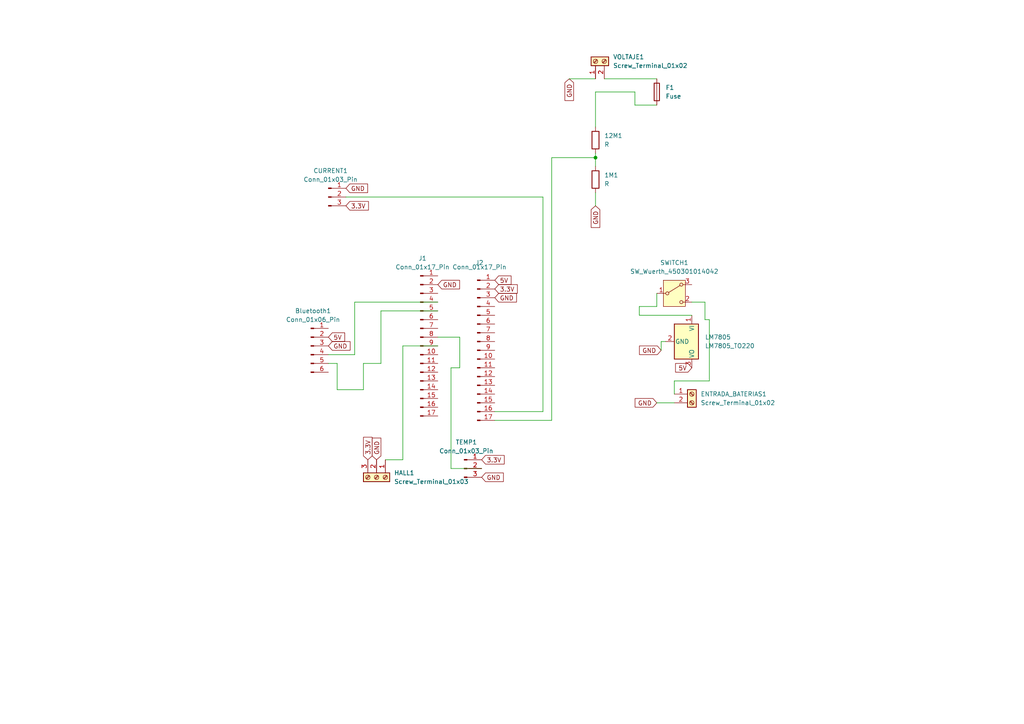
<source format=kicad_sch>
(kicad_sch (version 20231120) (generator "eeschema") (generator_version "8.0")
  (paper "A4")
  (lib_symbols
    (symbol "Connector:Conn_01x03_Pin" (pin_names (offset 1.016) hide)
      (property "Reference" "J" (at 0 5.08 0))
      (property "Value" "Conn_01x03_Pin" (at 0 -5.08 0))
      (symbol "Conn_01x03_Pin_1_1"
        (polyline (pts (xy 1.27 -2.54) (xy 0.8636 -2.54)) (stroke (width 0.1524)))
        (polyline (pts (xy 1.27 0) (xy 0.8636 0)) (stroke (width 0.1524)))
        (polyline (pts (xy 1.27 2.54) (xy 0.8636 2.54)) (stroke (width 0.1524)))
        (rectangle (start 0.8636 -2.413) (end 0 -2.667) (stroke (width 0.1524)) (fill (type outline)))
        (rectangle (start 0.8636 0.127) (end 0 -0.127) (stroke (width 0.1524)) (fill (type outline)))
        (rectangle (start 0.8636 2.667) (end 0 2.413) (stroke (width 0.1524)) (fill (type outline)))
        (pin passive line (at 5.08 2.54 180) (length 3.81) (name "Pin_1") (number "1"))
        (pin passive line (at 5.08 0 180) (length 3.81) (name "Pin_2") (number "2"))
        (pin passive line (at 5.08 -2.54 180) (length 3.81) (name "Pin_3") (number "3"))
      )
    )
    (symbol "Connector:Conn_01x06_Pin" (pin_names (offset 1.016) hide)
      (property "Reference" "J" (at 0 7.62 0))
      (property "Value" "Conn_01x06_Pin" (at 0 -10.16 0))
      (symbol "Conn_01x06_Pin_1_1"
        (polyline (pts (xy 1.27 -7.62) (xy 0.8636 -7.62)) (stroke (width 0.1524)))
        (polyline (pts (xy 1.27 -5.08) (xy 0.8636 -5.08)) (stroke (width 0.1524)))
        (polyline (pts (xy 1.27 -2.54) (xy 0.8636 -2.54)) (stroke (width 0.1524)))
        (polyline (pts (xy 1.27 0) (xy 0.8636 0)) (stroke (width 0.1524)))
        (polyline (pts (xy 1.27 2.54) (xy 0.8636 2.54)) (stroke (width 0.1524)))
        (polyline (pts (xy 1.27 5.08) (xy 0.8636 5.08)) (stroke (width 0.1524)))
        (rectangle (start 0.8636 -7.493) (end 0 -7.747) (stroke (width 0.1524)) (fill (type outline)))
        (rectangle (start 0.8636 -4.953) (end 0 -5.207) (stroke (width 0.1524)) (fill (type outline)))
        (rectangle (start 0.8636 -2.413) (end 0 -2.667) (stroke (width 0.1524)) (fill (type outline)))
        (rectangle (start 0.8636 0.127) (end 0 -0.127) (stroke (width 0.1524)) (fill (type outline)))
        (rectangle (start 0.8636 2.667) (end 0 2.413) (stroke (width 0.1524)) (fill (type outline)))
        (rectangle (start 0.8636 5.207) (end 0 4.953) (stroke (width 0.1524)) (fill (type outline)))
        (pin passive line (at 5.08 5.08 180) (length 3.81) (name "Pin_1") (number "1"))
        (pin passive line (at 5.08 2.54 180) (length 3.81) (name "Pin_2") (number "2"))
        (pin passive line (at 5.08 0 180) (length 3.81) (name "Pin_3") (number "3"))
        (pin passive line (at 5.08 -2.54 180) (length 3.81) (name "Pin_4") (number "4"))
        (pin passive line (at 5.08 -5.08 180) (length 3.81) (name "Pin_5") (number "5"))
        (pin passive line (at 5.08 -7.62 180) (length 3.81) (name "Pin_6") (number "6"))
      )
    )
    (symbol "Connector:Conn_01x17_Pin" (pin_names (offset 1.016) hide)
      (property "Reference" "J" (at 0 22.86 0))
      (property "Value" "Conn_01x17_Pin" (at 0 -22.86 0))
      (symbol "Conn_01x17_Pin_1_1"
        (polyline (pts (xy 1.27 -20.32) (xy 0.8636 -20.32)) (stroke (width 0.1524)))
        (polyline (pts (xy 1.27 -17.78) (xy 0.8636 -17.78)) (stroke (width 0.1524)))
        (polyline (pts (xy 1.27 -15.24) (xy 0.8636 -15.24)) (stroke (width 0.1524)))
        (polyline (pts (xy 1.27 -12.7) (xy 0.8636 -12.7)) (stroke (width 0.1524)))
        (polyline (pts (xy 1.27 -10.16) (xy 0.8636 -10.16)) (stroke (width 0.1524)))
        (polyline (pts (xy 1.27 -7.62) (xy 0.8636 -7.62)) (stroke (width 0.1524)))
        (polyline (pts (xy 1.27 -5.08) (xy 0.8636 -5.08)) (stroke (width 0.1524)))
        (polyline (pts (xy 1.27 -2.54) (xy 0.8636 -2.54)) (stroke (width 0.1524)))
        (polyline (pts (xy 1.27 0) (xy 0.8636 0)) (stroke (width 0.1524)))
        (polyline (pts (xy 1.27 2.54) (xy 0.8636 2.54)) (stroke (width 0.1524)))
        (polyline (pts (xy 1.27 5.08) (xy 0.8636 5.08)) (stroke (width 0.1524)))
        (polyline (pts (xy 1.27 7.62) (xy 0.8636 7.62)) (stroke (width 0.1524)))
        (polyline (pts (xy 1.27 10.16) (xy 0.8636 10.16)) (stroke (width 0.1524)))
        (polyline (pts (xy 1.27 12.7) (xy 0.8636 12.7)) (stroke (width 0.1524)))
        (polyline (pts (xy 1.27 15.24) (xy 0.8636 15.24)) (stroke (width 0.1524)))
        (polyline (pts (xy 1.27 17.78) (xy 0.8636 17.78)) (stroke (width 0.1524)))
        (polyline (pts (xy 1.27 20.32) (xy 0.8636 20.32)) (stroke (width 0.1524)))
        (rectangle (start 0.8636 -20.193) (end 0 -20.447) (stroke (width 0.1524)) (fill (type outline)))
        (rectangle (start 0.8636 -17.653) (end 0 -17.907) (stroke (width 0.1524)) (fill (type outline)))
        (rectangle (start 0.8636 -15.113) (end 0 -15.367) (stroke (width 0.1524)) (fill (type outline)))
        (rectangle (start 0.8636 -12.573) (end 0 -12.827) (stroke (width 0.1524)) (fill (type outline)))
        (rectangle (start 0.8636 -10.033) (end 0 -10.287) (stroke (width 0.1524)) (fill (type outline)))
        (rectangle (start 0.8636 -7.493) (end 0 -7.747) (stroke (width 0.1524)) (fill (type outline)))
        (rectangle (start 0.8636 -4.953) (end 0 -5.207) (stroke (width 0.1524)) (fill (type outline)))
        (rectangle (start 0.8636 -2.413) (end 0 -2.667) (stroke (width 0.1524)) (fill (type outline)))
        (rectangle (start 0.8636 0.127) (end 0 -0.127) (stroke (width 0.1524)) (fill (type outline)))
        (rectangle (start 0.8636 2.667) (end 0 2.413) (stroke (width 0.1524)) (fill (type outline)))
        (rectangle (start 0.8636 5.207) (end 0 4.953) (stroke (width 0.1524)) (fill (type outline)))
        (rectangle (start 0.8636 7.747) (end 0 7.493) (stroke (width 0.1524)) (fill (type outline)))
        (rectangle (start 0.8636 10.287) (end 0 10.033) (stroke (width 0.1524)) (fill (type outline)))
        (rectangle (start 0.8636 12.827) (end 0 12.573) (stroke (width 0.1524)) (fill (type outline)))
        (rectangle (start 0.8636 15.367) (end 0 15.113) (stroke (width 0.1524)) (fill (type outline)))
        (rectangle (start 0.8636 17.907) (end 0 17.653) (stroke (width 0.1524)) (fill (type outline)))
        (rectangle (start 0.8636 20.447) (end 0 20.193) (stroke (width 0.1524)) (fill (type outline)))
        (pin passive line (at 5.08 20.32 180) (length 3.81) (name "Pin_1") (number "1"))
        (pin passive line (at 5.08 -2.54 180) (length 3.81) (name "Pin_10") (number "10"))
        (pin passive line (at 5.08 -5.08 180) (length 3.81) (name "Pin_11") (number "11"))
        (pin passive line (at 5.08 -7.62 180) (length 3.81) (name "Pin_12") (number "12"))
        (pin passive line (at 5.08 -10.16 180) (length 3.81) (name "Pin_13") (number "13"))
        (pin passive line (at 5.08 -12.7 180) (length 3.81) (name "Pin_14") (number "14"))
        (pin passive line (at 5.08 -15.24 180) (length 3.81) (name "Pin_15") (number "15"))
        (pin passive line (at 5.08 -17.78 180) (length 3.81) (name "Pin_16") (number "16"))
        (pin passive line (at 5.08 -20.32 180) (length 3.81) (name "Pin_17") (number "17"))
        (pin passive line (at 5.08 17.78 180) (length 3.81) (name "Pin_2") (number "2"))
        (pin passive line (at 5.08 15.24 180) (length 3.81) (name "Pin_3") (number "3"))
        (pin passive line (at 5.08 12.7 180) (length 3.81) (name "Pin_4") (number "4"))
        (pin passive line (at 5.08 10.16 180) (length 3.81) (name "Pin_5") (number "5"))
        (pin passive line (at 5.08 7.62 180) (length 3.81) (name "Pin_6") (number "6"))
        (pin passive line (at 5.08 5.08 180) (length 3.81) (name "Pin_7") (number "7"))
        (pin passive line (at 5.08 2.54 180) (length 3.81) (name "Pin_8") (number "8"))
        (pin passive line (at 5.08 0 180) (length 3.81) (name "Pin_9") (number "9"))
      )
    )
    (symbol "Connector:Screw_Terminal_01x02" (pin_names (offset 1.016) hide)
      (property "Reference" "J" (at 0 2.54 0))
      (property "Value" "Screw_Terminal_01x02" (at 0 -5.08 0))
      (symbol "Screw_Terminal_01x02_1_1"
        (rectangle (start -1.27 1.27) (end 1.27 -3.81) (stroke (width 0.254)) (fill (type background)))
        (circle (center 0 -2.54) (radius 0.635) (stroke (width 0.1524)))
        (polyline (pts (xy -0.5334 -2.2098) (xy 0.3302 -3.048)) (stroke (width 0.1524)))
        (polyline (pts (xy -0.5334 0.3302) (xy 0.3302 -0.508)) (stroke (width 0.1524)))
        (polyline (pts (xy -0.3556 -2.032) (xy 0.508 -2.8702)) (stroke (width 0.1524)))
        (polyline (pts (xy -0.3556 0.508) (xy 0.508 -0.3302)) (stroke (width 0.1524)))
        (circle (center 0 0) (radius 0.635) (stroke (width 0.1524)))
        (pin passive line (at -5.08 0 0) (length 3.81) (name "Pin_1") (number "1"))
        (pin passive line (at -5.08 -2.54 0) (length 3.81) (name "Pin_2") (number "2"))
      )
    )
    (symbol "Connector:Screw_Terminal_01x03" (pin_names (offset 1.016) hide)
      (property "Reference" "J" (at 0 5.08 0))
      (property "Value" "Screw_Terminal_01x03" (at 0 -5.08 0))
      (symbol "Screw_Terminal_01x03_1_1"
        (rectangle (start -1.27 3.81) (end 1.27 -3.81) (stroke (width 0.254)) (fill (type background)))
        (circle (center 0 -2.54) (radius 0.635) (stroke (width 0.1524)))
        (polyline (pts (xy -0.5334 -2.2098) (xy 0.3302 -3.048)) (stroke (width 0.1524)))
        (polyline (pts (xy -0.5334 0.3302) (xy 0.3302 -0.508)) (stroke (width 0.1524)))
        (polyline (pts (xy -0.5334 2.8702) (xy 0.3302 2.032)) (stroke (width 0.1524)))
        (polyline (pts (xy -0.3556 -2.032) (xy 0.508 -2.8702)) (stroke (width 0.1524)))
        (polyline (pts (xy -0.3556 0.508) (xy 0.508 -0.3302)) (stroke (width 0.1524)))
        (polyline (pts (xy -0.3556 3.048) (xy 0.508 2.2098)) (stroke (width 0.1524)))
        (circle (center 0 0) (radius 0.635) (stroke (width 0.1524)))
        (circle (center 0 2.54) (radius 0.635) (stroke (width 0.1524)))
        (pin passive line (at -5.08 2.54 0) (length 3.81) (name "Pin_1") (number "1"))
        (pin passive line (at -5.08 0 0) (length 3.81) (name "Pin_2") (number "2"))
        (pin passive line (at -5.08 -2.54 0) (length 3.81) (name "Pin_3") (number "3"))
      )
    )
    (symbol "Device:Fuse" (pin_numbers hide) (pin_names (offset 0))
      (property "Reference" "F" (at 2.032 0 90))
      (property "Value" "Fuse" (at -1.905 0 90))
      (symbol "Fuse_0_1"
        (rectangle (start -0.762 -2.54) (end 0.762 2.54) (stroke (width 0.254)))
        (polyline (pts (xy 0 2.54) (xy 0 -2.54)))
      )
      (symbol "Fuse_1_1"
        (pin passive line (at 0 3.81 270) (length 1.27) (name "~") (number "1"))
        (pin passive line (at 0 -3.81 90) (length 1.27) (name "~") (number "2"))
      )
    )
    (symbol "Device:R" (pin_numbers hide) (pin_names (offset 0))
      (property "Reference" "R" (at 2.032 0 90))
      (property "Value" "R" (at 0 0 90))
      (symbol "R_0_1"
        (rectangle (start -1.016 -2.54) (end 1.016 2.54) (stroke (width 0.254)))
      )
      (symbol "R_1_1"
        (pin passive line (at 0 3.81 270) (length 1.27) (name "~") (number "1"))
        (pin passive line (at 0 -3.81 90) (length 1.27) (name "~") (number "2"))
      )
    )
    (symbol "Regulator_Linear:LM7805_TO220" (pin_names (offset 0.254))
      (property "Reference" "U" (at -3.81 3.175 0))
      (property "Value" "LM7805_TO220" (at 0 3.175 0))
      (symbol "LM7805_TO220_0_1"
        (rectangle (start -5.08 1.905) (end 5.08 -5.08) (stroke (width 0.254)) (fill (type background)))
      )
      (symbol "LM7805_TO220_1_1"
        (pin power_in line (at -7.62 0 0) (length 2.54) (name "VI") (number "1"))
        (pin power_in line (at 0 -7.62 90) (length 2.54) (name "GND") (number "2"))
        (pin power_out line (at 7.62 0 180) (length 2.54) (name "VO") (number "3"))
      )
    )
    (symbol "Switch:SW_Wuerth_450301014042" (pin_names (offset 1) hide)
      (property "Reference" "SW" (at 0 5.08 0))
      (property "Value" "SW_Wuerth_450301014042" (at 0 -5.08 0))
      (symbol "SW_Wuerth_450301014042_0_1"
        (circle (center -2.032 0) (radius 0.4572))
        (polyline (pts (xy -1.651 0.254) (xy 1.651 2.286)))
        (circle (center 2.032 -2.54) (radius 0.4572))
        (circle (center 2.032 2.54) (radius 0.4572))
      )
      (symbol "SW_Wuerth_450301014042_1_1"
        (rectangle (start -3.175 3.81) (end 3.175 -3.81) (fill (type background)))
        (pin passive line (at -5.08 0 0) (length 2.54) (name "B") (number "1"))
        (pin passive line (at 5.08 -2.54 180) (length 2.54) (name "C") (number "2"))
        (pin passive line (at 5.08 2.54 180) (length 2.54) (name "A") (number "3"))
      )
    )
  )
  (junction (at 172.72 45.72))
  (wire (pts (xy 102.87 102.87) (xy 102.87 87.63)))
  (wire (pts (xy 205.74 92.71) (xy 204.47 92.71)))
  (wire (pts (xy 116.84 133.35) (xy 116.84 100.33)))
  (wire (pts (xy 190.5 85.09) (xy 190.5 88.9)))
  (wire (pts (xy 205.74 92.71) (xy 205.74 110.49)))
  (wire (pts (xy 195.58 110.49) (xy 205.74 110.49)))
  (wire (pts (xy 172.72 26.67) (xy 172.72 36.83)))
  (wire (pts (xy 143.51 121.92) (xy 160.02 121.92)))
  (wire (pts (xy 172.72 26.67) (xy 184.15 26.67)))
  (wire (pts (xy 160.02 45.72) (xy 160.02 121.92)))
  (wire (pts (xy 100.33 57.15) (xy 157.48 57.15)))
  (wire (pts (xy 116.84 100.33) (xy 127 100.33)))
  (wire (pts (xy 111.76 133.35) (xy 116.84 133.35)))
  (wire (pts (xy 105.41 113.03) (xy 105.41 105.41)))
  (wire (pts (xy 200.66 87.63) (xy 204.47 87.63)))
  (wire (pts (xy 130.81 106.68) (xy 133.35 106.68)))
  (wire (pts (xy 95.25 105.41) (xy 97.79 105.41)))
  (wire (pts (xy 97.79 113.03) (xy 105.41 113.03)))
  (wire (pts (xy 139.7 135.89) (xy 130.81 135.89)))
  (wire (pts (xy 165.1 22.86) (xy 172.72 22.86)))
  (wire (pts (xy 133.35 97.79) (xy 127 97.79)))
  (wire (pts (xy 184.15 30.48) (xy 190.5 30.48)))
  (wire (pts (xy 185.42 91.44) (xy 185.42 88.9)))
  (wire (pts (xy 143.51 119.38) (xy 157.48 119.38)))
  (wire (pts (xy 175.26 22.86) (xy 190.5 22.86)))
  (wire (pts (xy 95.25 102.87) (xy 102.87 102.87)))
  (wire (pts (xy 133.35 106.68) (xy 133.35 97.79)))
  (wire (pts (xy 191.77 99.06) (xy 191.77 101.6)))
  (wire (pts (xy 191.77 99.06) (xy 193.04 99.06)))
  (wire (pts (xy 195.58 110.49) (xy 195.58 114.3)))
  (wire (pts (xy 102.87 87.63) (xy 127 87.63)))
  (wire (pts (xy 184.15 26.67) (xy 184.15 30.48)))
  (wire (pts (xy 157.48 57.15) (xy 157.48 119.38)))
  (wire (pts (xy 130.81 135.89) (xy 130.81 106.68)))
  (wire (pts (xy 204.47 87.63) (xy 204.47 92.71)))
  (wire (pts (xy 160.02 45.72) (xy 172.72 45.72)))
  (wire (pts (xy 127 90.17) (xy 110.49 90.17)))
  (wire (pts (xy 105.41 105.41) (xy 110.49 105.41)))
  (wire (pts (xy 172.72 45.72) (xy 172.72 48.26)))
  (wire (pts (xy 185.42 88.9) (xy 190.5 88.9)))
  (wire (pts (xy 190.5 116.84) (xy 195.58 116.84)))
  (wire (pts (xy 185.42 91.44) (xy 200.66 91.44)))
  (wire (pts (xy 110.49 90.17) (xy 110.49 105.41)))
  (wire (pts (xy 172.72 44.45) (xy 172.72 45.72)))
  (wire (pts (xy 172.72 55.88) (xy 172.72 59.69)))
  (wire (pts (xy 97.79 105.41) (xy 97.79 113.03)))
  (global_label "GND" (shape input) (at 190.5 116.84 180) (property "Intersheetrefs" "${INTERSHEET_REFS}" (effects (hide yes))))
  (global_label "5V" (shape input) (at 200.66 106.68 180) (property "Intersheetrefs" "${INTERSHEET_REFS}" (effects (hide yes))))
  (global_label "5V" (shape input) (at 143.51 81.28 0) (property "Intersheetrefs" "${INTERSHEET_REFS}" (effects (hide yes))))
  (global_label "GND" (shape input) (at 172.72 59.69 270) (property "Intersheetrefs" "${INTERSHEET_REFS}" (effects (hide yes))))
  (global_label "GND" (shape input) (at 165.1 22.86 270) (property "Intersheetrefs" "${INTERSHEET_REFS}" (effects (hide yes))))
  (global_label "3.3V" (shape input) (at 139.7 133.35 0) (property "Intersheetrefs" "${INTERSHEET_REFS}" (effects (hide yes))))
  (global_label "GND" (shape input) (at 100.33 54.61 0) (property "Intersheetrefs" "${INTERSHEET_REFS}" (effects (hide yes))))
  (global_label "3.3V" (shape input) (at 100.33 59.69 0) (property "Intersheetrefs" "${INTERSHEET_REFS}" (effects (hide yes))))
  (global_label "3.3V" (shape input) (at 143.51 83.82 0) (property "Intersheetrefs" "${INTERSHEET_REFS}" (effects (hide yes))))
  (global_label "5V" (shape input) (at 95.25 97.79 0) (property "Intersheetrefs" "${INTERSHEET_REFS}" (effects (hide yes))))
  (global_label "GND" (shape input) (at 109.22 133.35 90) (property "Intersheetrefs" "${INTERSHEET_REFS}" (effects (hide yes))))
  (global_label "GND" (shape input) (at 127 82.55 0) (property "Intersheetrefs" "${INTERSHEET_REFS}" (effects (hide yes))))
  (global_label "GND" (shape input) (at 139.7 138.43 0) (property "Intersheetrefs" "${INTERSHEET_REFS}" (effects (hide yes))))
  (global_label "GND" (shape input) (at 191.77 101.6 180) (property "Intersheetrefs" "${INTERSHEET_REFS}" (effects (hide yes))))
  (global_label "GND" (shape input) (at 143.51 86.36 0) (property "Intersheetrefs" "${INTERSHEET_REFS}" (effects (hide yes))))
  (global_label "GND" (shape input) (at 95.25 100.33 0) (property "Intersheetrefs" "${INTERSHEET_REFS}" (effects (hide yes))))
  (global_label "3.3V" (shape input) (at 106.68 133.35 90) (property "Intersheetrefs" "${INTERSHEET_REFS}" (effects (hide yes))))
  (symbol (lib_id "Connector:Conn_01x17_Pin") (at 121.92 100.33 0) (unit 1)
    (property "Reference" "J1" (at 122.555 74.93 0))
    (property "Value" "Conn_01x17_Pin" (at 122.555 77.47 0))
    (property "Footprint" "Connector_PinSocket_2.54mm:PinSocket_1x17_P2.54mm_Vertical" (effects (hide yes)))
    (property "Description" "Generic connector, single row, 01x17, script generated" (effects (hide yes)))
  )
  (symbol (lib_id "Switch:SW_Wuerth_450301014042") (at 195.58 85.09 0) (unit 1)
    (property "Reference" "SWITCH1" (at 195.58 76.2 0))
    (property "Value" "SW_Wuerth_450301014042" (at 195.58 78.74 0))
    (property "Footprint" "Button_Switch_THT:SW_Slide-03_Wuerth-WS-SLTV_10x2.5x6.4_P2.54mm" (effects (hide yes)))
    (property "Datasheet" "https://www.we-online.com/components/products/datasheet/450301014042.pdf" (effects (hide yes)))
  )
  (symbol (lib_id "Connector:Conn_01x06_Pin") (at 90.17 100.33 0) (unit 1)
    (property "Reference" "Bluetooth1" (at 90.805 90.17 0))
    (property "Value" "Conn_01x06_Pin" (at 90.805 92.71 0))
    (property "Footprint" "Connector_PinSocket_2.54mm:PinSocket_1x06_P2.54mm_Vertical" (effects (hide yes)))
  )
  (symbol (lib_id "Connector:Conn_01x17_Pin") (at 138.43 101.6 0) (unit 1)
    (property "Reference" "J2" (at 139.065 76.2 0))
    (property "Value" "Conn_01x17_Pin" (at 139.065 77.47 0))
    (property "Footprint" "Connector_PinSocket_2.54mm:PinSocket_1x17_P2.54mm_Vertical" (effects (hide yes)))
    (property "Description" "Generic connector, single row, 01x17, script generated" (effects (hide yes)))
  )
  (symbol (lib_id "Device:R") (at 172.72 40.64 0) (unit 1)
    (property "Reference" "12M1" (at 175.26 39.37 0) (effects (justify left)))
    (property "Value" "R" (at 175.26 41.91 0) (effects (justify left)))
    (property "Footprint" "Resistor_THT:R_Axial_DIN0207_L6.3mm_D2.5mm_P7.62mm_Horizontal" (effects (hide yes)))
  )
  (symbol (lib_id "Connector:Screw_Terminal_01x02") (at 200.66 114.3 0) (unit 1)
    (property "Reference" "ENTRADA_BATERIAS1" (at 203.2 114.2999 0) (effects (justify left)))
    (property "Value" "Screw_Terminal_01x02" (at 203.2 116.8399 0) (effects (justify left)))
    (property "Footprint" "TerminalBlock:TerminalBlock_Altech_AK300-2_P5.00mm" (effects (hide yes)))
  )
  (symbol (lib_id "Connector:Conn_01x03_Pin") (at 134.62 135.89 0) (unit 1)
    (property "Reference" "TEMP1" (at 135.255 128.27 0))
    (property "Value" "Conn_01x03_Pin" (at 135.255 130.81 0))
    (property "Footprint" "Connector_PinSocket_2.54mm:PinSocket_1x03_P2.54mm_Vertical" (effects (hide yes)))
  )
  (symbol (lib_id "Device:Fuse") (at 190.5 26.67 0) (unit 1)
    (property "Reference" "F1" (at 193.04 25.3999 0) (effects (justify left)))
    (property "Value" "Fuse" (at 193.04 27.9399 0) (effects (justify left)))
    (property "Footprint" "Fuse:Fuse_Bourns_MF-RG650" (effects (hide yes)))
    (property "Description" "Fuse" (effects (hide yes)))
  )
  (symbol (lib_id "Connector:Screw_Terminal_01x03") (at 109.22 138.43 270) (unit 1)
    (property "Reference" "HALL1" (at 114.3 137.1599 90) (effects (justify left)))
    (property "Value" "Screw_Terminal_01x03" (at 114.3 139.6999 90) (effects (justify left)))
    (property "Footprint" "TerminalBlock:TerminalBlock_Altech_AK300-3_P5.00mm" (effects (hide yes)))
    (property "Description" "Generic screw terminal, single row, 01x03, script generated (kicad-library-utils/schlib/autogen/connector/)" (effects (hide yes)))
  )
  (symbol (lib_id "Connector:Conn_01x03_Pin") (at 95.25 57.15 0) (unit 1)
    (property "Reference" "CURRENT1" (at 95.885 49.53 0))
    (property "Value" "Conn_01x03_Pin" (at 95.885 52.07 0))
    (property "Footprint" "Connector_PinSocket_2.54mm:PinSocket_1x03_P2.54mm_Vertical" (effects (hide yes)))
  )
  (symbol (lib_id "Regulator_Linear:LM7805_TO220") (at 200.66 99.06 270) (unit 1)
    (property "Reference" "LM7805" (at 204.47 97.7899 90) (effects (justify left)))
    (property "Value" "LM7805_TO220" (at 204.47 100.3299 90) (effects (justify left)))
    (property "Footprint" "Package_TO_SOT_THT:TO-220-3_Vertical" (effects (hide yes)))
    (property "Datasheet" "https://www.onsemi.cn/PowerSolutions/document/MC7800-D.PDF" (effects (hide yes)))
  )
  (symbol (lib_id "Connector:Screw_Terminal_01x02") (at 172.72 17.78 90) (unit 1)
    (property "Reference" "VOLTAJE1" (at 177.8 16.5099 90) (effects (justify right)))
    (property "Value" "Screw_Terminal_01x02" (at 177.8 19.0499 90) (effects (justify right)))
    (property "Footprint" "TerminalBlock:TerminalBlock_Altech_AK300-2_P5.00mm" (effects (hide yes)))
    (property "Description" "Generic screw terminal, single row, 01x02, script generated (kicad-library-utils/schlib/autogen/connector/)" (effects (hide yes)))
  )
  (symbol (lib_id "Device:R") (at 172.72 52.07 0) (unit 1)
    (property "Reference" "1M1" (at 175.26 50.8 0) (effects (justify left)))
    (property "Value" "R" (at 175.26 53.34 0) (effects (justify left)))
    (property "Footprint" "Resistor_THT:R_Axial_DIN0207_L6.3mm_D2.5mm_P7.62mm_Horizontal" (effects (hide yes)))
  )
)
</source>
